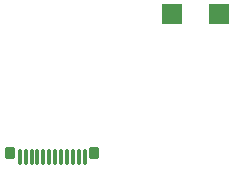
<source format=gbr>
%TF.GenerationSoftware,KiCad,Pcbnew,9.0.1*%
%TF.CreationDate,2025-07-04T13:50:08+02:00*%
%TF.ProjectId,USB_18pinOmnetics_bend,5553425f-3138-4706-996e-4f6d6e657469,rev?*%
%TF.SameCoordinates,Original*%
%TF.FileFunction,Soldermask,Bot*%
%TF.FilePolarity,Negative*%
%FSLAX46Y46*%
G04 Gerber Fmt 4.6, Leading zero omitted, Abs format (unit mm)*
G04 Created by KiCad (PCBNEW 9.0.1) date 2025-07-04 13:50:08*
%MOMM*%
%LPD*%
G01*
G04 APERTURE LIST*
G04 Aperture macros list*
%AMRoundRect*
0 Rectangle with rounded corners*
0 $1 Rounding radius*
0 $2 $3 $4 $5 $6 $7 $8 $9 X,Y pos of 4 corners*
0 Add a 4 corners polygon primitive as box body*
4,1,4,$2,$3,$4,$5,$6,$7,$8,$9,$2,$3,0*
0 Add four circle primitives for the rounded corners*
1,1,$1+$1,$2,$3*
1,1,$1+$1,$4,$5*
1,1,$1+$1,$6,$7*
1,1,$1+$1,$8,$9*
0 Add four rect primitives between the rounded corners*
20,1,$1+$1,$2,$3,$4,$5,0*
20,1,$1+$1,$4,$5,$6,$7,0*
20,1,$1+$1,$6,$7,$8,$9,0*
20,1,$1+$1,$8,$9,$2,$3,0*%
G04 Aperture macros list end*
%ADD10RoundRect,0.050000X-0.115000X-0.625000X0.115000X-0.625000X0.115000X0.625000X-0.115000X0.625000X0*%
%ADD11RoundRect,0.120000X0.280000X0.415000X-0.280000X0.415000X-0.280000X-0.415000X0.280000X-0.415000X0*%
%ADD12RoundRect,0.120000X-0.280000X-0.415000X0.280000X-0.415000X0.280000X0.415000X-0.280000X0.415000X0*%
%ADD13R,1.700000X1.700000*%
G04 APERTURE END LIST*
D10*
%TO.C,U2*%
X132300000Y-103300000D03*
X132800000Y-103300000D03*
X133300000Y-103300000D03*
X133800000Y-103300000D03*
X134300000Y-103300000D03*
X134800000Y-103300000D03*
X135300000Y-103300000D03*
X135800000Y-103300000D03*
X136300000Y-103300000D03*
X136800000Y-103300000D03*
X137300000Y-103300000D03*
X137800000Y-103300000D03*
D11*
X131500000Y-102990000D03*
D12*
X138600000Y-102990000D03*
%TD*%
D13*
%TO.C,J4*%
X145200000Y-91200000D03*
%TD*%
%TO.C,J3*%
X149200000Y-91200000D03*
%TD*%
M02*

</source>
